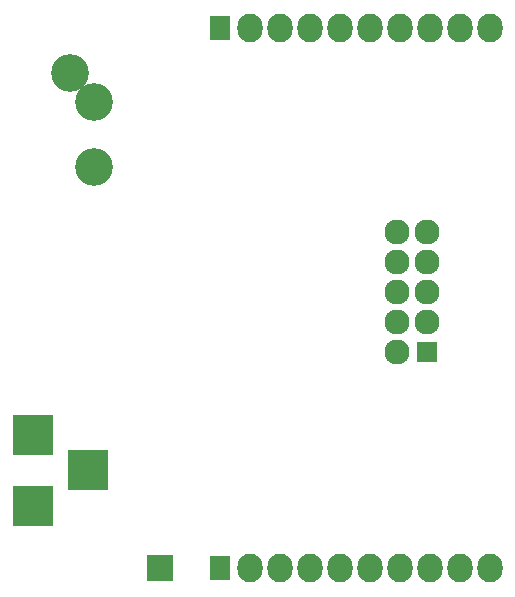
<source format=gbr>
G04 #@! TF.GenerationSoftware,KiCad,Pcbnew,5.0.0-rc2*
G04 #@! TF.CreationDate,2018-12-06T01:23:10-05:00*
G04 #@! TF.ProjectId,msp_shield,6D73705F736869656C642E6B69636164,rev?*
G04 #@! TF.SameCoordinates,Original*
G04 #@! TF.FileFunction,Soldermask,Bot*
G04 #@! TF.FilePolarity,Negative*
%FSLAX46Y46*%
G04 Gerber Fmt 4.6, Leading zero omitted, Abs format (unit mm)*
G04 Created by KiCad (PCBNEW 5.0.0-rc2) date Thu Dec  6 01:23:10 2018*
%MOMM*%
%LPD*%
G01*
G04 APERTURE LIST*
%ADD10R,2.235200X2.235200*%
%ADD11R,3.500120X3.500120*%
%ADD12C,3.200000*%
%ADD13R,1.727200X2.032000*%
%ADD14O,2.127200X2.432000*%
%ADD15R,1.727200X1.727200*%
%ADD16O,2.127200X2.127200*%
G04 APERTURE END LIST*
D10*
G04 #@! TO.C,P3*
X131426646Y-111804226D03*
G04 #@! TD*
D11*
G04 #@! TO.C,CON1*
X120650000Y-100479860D03*
X120650000Y-106479340D03*
X125349000Y-103479600D03*
G04 #@! TD*
D12*
G04 #@! TO.C,J1*
X123806646Y-69894226D03*
X125806646Y-72294226D03*
X125806646Y-77794226D03*
G04 #@! TD*
D13*
G04 #@! TO.C,P1*
X136506646Y-111804226D03*
D14*
X139046646Y-111804226D03*
X141586646Y-111804226D03*
X144126646Y-111804226D03*
X146666646Y-111804226D03*
X149206646Y-111804226D03*
X151746646Y-111804226D03*
X154286646Y-111804226D03*
X156826646Y-111804226D03*
X159366646Y-111804226D03*
G04 #@! TD*
G04 #@! TO.C,P2*
X159366646Y-66084226D03*
X156826646Y-66084226D03*
X154286646Y-66084226D03*
X151746646Y-66084226D03*
X149206646Y-66084226D03*
X146666646Y-66084226D03*
X144126646Y-66084226D03*
X141586646Y-66084226D03*
X139046646Y-66084226D03*
D13*
X136506646Y-66084226D03*
G04 #@! TD*
D15*
G04 #@! TO.C,P4*
X154032646Y-93516226D03*
D16*
X151492646Y-93516226D03*
X154032646Y-90976226D03*
X151492646Y-90976226D03*
X154032646Y-88436226D03*
X151492646Y-88436226D03*
X154032646Y-85896226D03*
X151492646Y-85896226D03*
X154032646Y-83356226D03*
X151492646Y-83356226D03*
G04 #@! TD*
M02*

</source>
